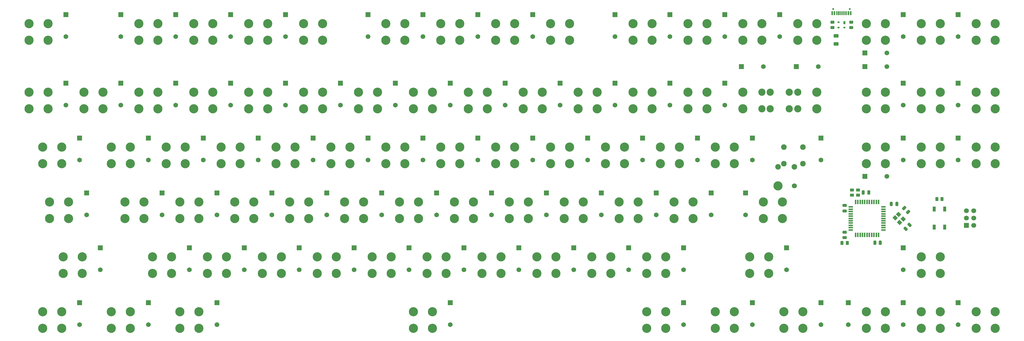
<source format=gbr>
%TF.GenerationSoftware,KiCad,Pcbnew,9.0.0*%
%TF.CreationDate,2025-06-21T12:03:03-06:00*%
%TF.ProjectId,kbd8x_mkii_kicad_9.0,6b626438-785f-46d6-9b69-695f6b696361,rev?*%
%TF.SameCoordinates,Original*%
%TF.FileFunction,Soldermask,Bot*%
%TF.FilePolarity,Negative*%
%FSLAX46Y46*%
G04 Gerber Fmt 4.6, Leading zero omitted, Abs format (unit mm)*
G04 Created by KiCad (PCBNEW 9.0.0) date 2025-06-21 12:03:03*
%MOMM*%
%LPD*%
G01*
G04 APERTURE LIST*
G04 Aperture macros list*
%AMRoundRect*
0 Rectangle with rounded corners*
0 $1 Rounding radius*
0 $2 $3 $4 $5 $6 $7 $8 $9 X,Y pos of 4 corners*
0 Add a 4 corners polygon primitive as box body*
4,1,4,$2,$3,$4,$5,$6,$7,$8,$9,$2,$3,0*
0 Add four circle primitives for the rounded corners*
1,1,$1+$1,$2,$3*
1,1,$1+$1,$4,$5*
1,1,$1+$1,$6,$7*
1,1,$1+$1,$8,$9*
0 Add four rect primitives between the rounded corners*
20,1,$1+$1,$2,$3,$4,$5,0*
20,1,$1+$1,$4,$5,$6,$7,0*
20,1,$1+$1,$6,$7,$8,$9,0*
20,1,$1+$1,$8,$9,$2,$3,0*%
%AMRotRect*
0 Rectangle, with rotation*
0 The origin of the aperture is its center*
0 $1 length*
0 $2 width*
0 $3 Rotation angle, in degrees counterclockwise*
0 Add horizontal line*
21,1,$1,$2,0,0,$3*%
G04 Aperture macros list end*
%ADD10C,3.180000*%
%ADD11C,2.500000*%
%ADD12C,1.750000*%
%ADD13C,1.950000*%
%ADD14C,1.651000*%
%ADD15R,1.651000X1.651000*%
%ADD16RoundRect,0.250000X-0.159099X0.512652X-0.512652X0.159099X0.159099X-0.512652X0.512652X-0.159099X0*%
%ADD17RoundRect,0.250000X-0.625000X0.375000X-0.625000X-0.375000X0.625000X-0.375000X0.625000X0.375000X0*%
%ADD18RoundRect,0.250000X-0.475000X0.250000X-0.475000X-0.250000X0.475000X-0.250000X0.475000X0.250000X0*%
%ADD19RoundRect,0.250000X-0.250000X-0.475000X0.250000X-0.475000X0.250000X0.475000X-0.250000X0.475000X0*%
%ADD20RoundRect,0.250000X0.262500X0.450000X-0.262500X0.450000X-0.262500X-0.450000X0.262500X-0.450000X0*%
%ADD21C,1.700000*%
%ADD22R,1.700000X1.700000*%
%ADD23RoundRect,0.250000X-0.450000X0.262500X-0.450000X-0.262500X0.450000X-0.262500X0.450000X0.262500X0*%
%ADD24R,0.550000X1.500000*%
%ADD25R,1.500000X0.550000*%
%ADD26C,0.650000*%
%ADD27R,0.600000X1.450000*%
%ADD28R,0.300000X1.450000*%
%ADD29R,0.700000X1.000000*%
%ADD30R,0.700000X0.600000*%
%ADD31RoundRect,0.250000X0.512652X0.159099X0.159099X0.512652X-0.512652X-0.159099X-0.159099X-0.512652X0*%
%ADD32RotRect,1.400000X1.200000X135.000000*%
%ADD33RoundRect,0.250000X0.250000X0.475000X-0.250000X0.475000X-0.250000X-0.475000X0.250000X-0.475000X0*%
%ADD34R,1.100000X1.800000*%
%ADD35RoundRect,0.250000X-0.262500X-0.450000X0.262500X-0.450000X0.262500X0.450000X-0.262500X0.450000X0*%
G04 APERTURE END LIST*
D10*
%TO.C,SI_RCTRL1*%
X94331250Y-49366250D03*
X94331250Y-55086250D03*
X100931250Y-49366250D03*
X100931250Y-55086250D03*
%TD*%
%TO.C,SI_RGUI1*%
X70518750Y-49366250D03*
X70518750Y-55086250D03*
X77118750Y-49366250D03*
X77118750Y-55086250D03*
%TD*%
%TO.C,SI_LSHIFT1*%
X-155700000Y-30316250D03*
X-155700000Y-36036250D03*
X-149100000Y-30316250D03*
X-149100000Y-36036250D03*
%TD*%
%TO.C,SI_UP1*%
X141956250Y-30316250D03*
X141956250Y-36036250D03*
X148556250Y-30316250D03*
X148556250Y-36036250D03*
%TD*%
%TO.C,SI_FN1*%
X-129506250Y50646250D03*
X-129506250Y44926250D03*
X-122906250Y50646250D03*
X-122906250Y44926250D03*
%TD*%
%TO.C,SI_LGUI1*%
X-139031250Y-49366250D03*
X-139031250Y-55086250D03*
X-132431250Y-49366250D03*
X-132431250Y-55086250D03*
%TD*%
%TO.C,SI_M1*%
X-10443750Y-30316250D03*
X-10443750Y-36036250D03*
X-3843750Y-30316250D03*
X-3843750Y-36036250D03*
%TD*%
%TO.C,SI_FN8*%
X13368750Y50646250D03*
X13368750Y44926250D03*
X19968750Y50646250D03*
X19968750Y44926250D03*
%TD*%
%TO.C,SI_FN2*%
X-110456250Y50646250D03*
X-110456250Y44926250D03*
X-103856250Y50646250D03*
X-103856250Y44926250D03*
%TD*%
D11*
%TO.C,SI_BACK1*%
X99093750Y26833750D03*
X99093750Y21113750D03*
D10*
X105693750Y26833750D03*
X105693750Y21113750D03*
%TD*%
%TO.C,SI_RET1*%
X92228750Y-5681250D03*
D12*
X97948750Y-5681250D03*
D13*
X92228750Y918750D03*
X97948750Y918750D03*
%TD*%
D10*
%TO.C,SI_FN3*%
X-91406250Y50646250D03*
X-91406250Y44926250D03*
X-84806250Y50646250D03*
X-84806250Y44926250D03*
%TD*%
%TO.C,SI_DN1*%
X141956250Y-49366250D03*
X141956250Y-55086250D03*
X148556250Y-49366250D03*
X148556250Y-55086250D03*
%TD*%
%TO.C,SI_O1*%
X13368750Y7783750D03*
X13368750Y2063750D03*
X19968750Y7783750D03*
X19968750Y2063750D03*
%TD*%
%TO.C,SI_ESC1*%
X-167606250Y50646250D03*
X-167606250Y44926250D03*
X-161006250Y50646250D03*
X-161006250Y44926250D03*
%TD*%
%TO.C,SI_#7*%
X-34256250Y26833750D03*
X-34256250Y21113750D03*
X-27656250Y26833750D03*
X-27656250Y21113750D03*
%TD*%
%TO.C,SI_Y1*%
X-43781250Y7783750D03*
X-43781250Y2063750D03*
X-37181250Y7783750D03*
X-37181250Y2063750D03*
%TD*%
%TO.C,SI_/1*%
X46706250Y-30316250D03*
X46706250Y-36036250D03*
X53306250Y-30316250D03*
X53306250Y-36036250D03*
%TD*%
%TO.C,SI_T1*%
X-62831250Y7783750D03*
X-62831250Y2063750D03*
X-56231250Y7783750D03*
X-56231250Y2063750D03*
%TD*%
%TO.C,SI_INS1*%
X122906250Y26833750D03*
X122906250Y21113750D03*
X129506250Y26833750D03*
X129506250Y21113750D03*
%TD*%
%TO.C,SI_#6*%
X-53306250Y26833750D03*
X-53306250Y21113750D03*
X-46706250Y26833750D03*
X-46706250Y21113750D03*
%TD*%
%TO.C,SI_W1*%
X-119981250Y7783750D03*
X-119981250Y2063750D03*
X-113381250Y7783750D03*
X-113381250Y2063750D03*
%TD*%
%TO.C,SI_PGUP1*%
X161006250Y26833750D03*
X161006250Y21113750D03*
X167606250Y26833750D03*
X167606250Y21113750D03*
%TD*%
%TO.C,SI_DEL1*%
X122906250Y7783750D03*
X122906250Y2063750D03*
X129506250Y7783750D03*
X129506250Y2063750D03*
%TD*%
%TO.C,SI_PRINT1*%
X122906250Y50646250D03*
X122906250Y44926250D03*
X129506250Y50646250D03*
X129506250Y44926250D03*
%TD*%
%TO.C,SI_CLOCK1*%
X-160462500Y-11266250D03*
X-160462500Y-16986250D03*
X-153862500Y-11266250D03*
X-153862500Y-16986250D03*
%TD*%
%TO.C,SI_FN6*%
X-24731250Y50646250D03*
X-24731250Y44926250D03*
X-18131250Y50646250D03*
X-18131250Y44926250D03*
%TD*%
%TO.C,SI_PAUSE1*%
X161006250Y50646250D03*
X161006250Y44926250D03*
X167606250Y50646250D03*
X167606250Y44926250D03*
%TD*%
%TO.C,SI_A1*%
X-134268750Y-11266250D03*
X-134268750Y-16986250D03*
X-127668750Y-11266250D03*
X-127668750Y-16986250D03*
%TD*%
%TO.C,SI_SLOCK1*%
X141956250Y50646250D03*
X141956250Y44926250D03*
X148556250Y50646250D03*
X148556250Y44926250D03*
%TD*%
%TO.C,SI_END1*%
X141956250Y7783750D03*
X141956250Y2063750D03*
X148556250Y7783750D03*
X148556250Y2063750D03*
%TD*%
%TO.C,SI_P1*%
X32418750Y7783750D03*
X32418750Y2063750D03*
X39018750Y7783750D03*
X39018750Y2063750D03*
%TD*%
%TO.C,SI_C1*%
X-86643750Y-30316250D03*
X-86643750Y-36036250D03*
X-80043750Y-30316250D03*
X-80043750Y-36036250D03*
%TD*%
%TO.C,SI_R1*%
X-81881250Y7783750D03*
X-81881250Y2063750D03*
X-75281250Y7783750D03*
X-75281250Y2063750D03*
%TD*%
%TO.C,SI_LFT1*%
X122906250Y-49366250D03*
X122906250Y-55086250D03*
X129506250Y-49366250D03*
X129506250Y-55086250D03*
%TD*%
%TO.C,SI_I1*%
X-5681250Y7783750D03*
X-5681250Y2063750D03*
X918750Y7783750D03*
X918750Y2063750D03*
%TD*%
%TO.C,SI_J1*%
X-19968750Y-11266250D03*
X-19968750Y-16986250D03*
X-13368750Y-11266250D03*
X-13368750Y-16986250D03*
%TD*%
%TO.C,SI_LCTRL1*%
X-162843750Y-49366250D03*
X-162843750Y-55086250D03*
X-156243750Y-49366250D03*
X-156243750Y-55086250D03*
%TD*%
%TO.C,SI_X1*%
X-105693750Y-30316250D03*
X-105693750Y-36036250D03*
X-99093750Y-30316250D03*
X-99093750Y-36036250D03*
%TD*%
%TO.C,SI_\u002C1*%
X8606250Y-30316250D03*
X8606250Y-36036250D03*
X15206250Y-30316250D03*
X15206250Y-36036250D03*
%TD*%
%TO.C,SI_RT1*%
X161006250Y-49366250D03*
X161006250Y-55086250D03*
X167606250Y-49366250D03*
X167606250Y-55086250D03*
%TD*%
%TO.C,SI_SP1*%
X-34256250Y-49366250D03*
X-34256250Y-55086250D03*
X-27656250Y-49366250D03*
X-27656250Y-55086250D03*
%TD*%
%TO.C,SI_N1*%
X-29493750Y-30316250D03*
X-29493750Y-36036250D03*
X-22893750Y-30316250D03*
X-22893750Y-36036250D03*
%TD*%
%TO.C,SI_#8*%
X-15206250Y26833750D03*
X-15206250Y21113750D03*
X-8606250Y26833750D03*
X-8606250Y21113750D03*
%TD*%
%TO.C,SI_-1*%
X41943750Y26833750D03*
X41943750Y21113750D03*
X48543750Y26833750D03*
X48543750Y21113750D03*
%TD*%
%TO.C,SI_.1*%
X27656250Y-30316250D03*
X27656250Y-36036250D03*
X34256250Y-30316250D03*
X34256250Y-36036250D03*
%TD*%
%TO.C,SI_Q1*%
X-139031250Y7783750D03*
X-139031250Y2063750D03*
X-132431250Y7783750D03*
X-132431250Y2063750D03*
%TD*%
%TO.C,SI_LALT1*%
X-115218750Y-49366250D03*
X-115218750Y-55086250D03*
X-108618750Y-49366250D03*
X-108618750Y-55086250D03*
%TD*%
%TO.C,SI_FN12*%
X99093750Y50646250D03*
X99093750Y44926250D03*
X105693750Y50646250D03*
X105693750Y44926250D03*
%TD*%
%TO.C,SI_H1*%
X-39018750Y-11266250D03*
X-39018750Y-16986250D03*
X-32418750Y-11266250D03*
X-32418750Y-16986250D03*
%TD*%
%TO.C,SI_FN9*%
X41943750Y50646250D03*
X41943750Y44926250D03*
X48543750Y50646250D03*
X48543750Y44926250D03*
%TD*%
%TO.C,SI_S1*%
X-115218750Y-11266250D03*
X-115218750Y-16986250D03*
X-108618750Y-11266250D03*
X-108618750Y-16986250D03*
%TD*%
%TO.C,SI_\u005C1*%
X80043750Y26833750D03*
X80043750Y21113750D03*
D11*
X86643750Y26833750D03*
X86643750Y21113750D03*
%TD*%
D10*
%TO.C,SI_PGDN1*%
X161006250Y7783750D03*
X161006250Y2063750D03*
X167606250Y7783750D03*
X167606250Y2063750D03*
%TD*%
%TO.C,SI_RSHIFT1*%
X82425000Y-30316250D03*
X82425000Y-36036250D03*
X89025000Y-30316250D03*
X89025000Y-36036250D03*
%TD*%
%TO.C,SI_`1*%
X-167606250Y26833750D03*
X-167606250Y21113750D03*
X-161006250Y26833750D03*
X-161006250Y21113750D03*
%TD*%
%TO.C,SI_#3*%
X-110456250Y26833750D03*
X-110456250Y21113750D03*
X-103856250Y26833750D03*
X-103856250Y21113750D03*
%TD*%
%TO.C,SI_F1*%
X-77118750Y-11266250D03*
X-77118750Y-16986250D03*
X-70518750Y-11266250D03*
X-70518750Y-16986250D03*
%TD*%
%TO.C,SI_;1*%
X37181250Y-11266250D03*
X37181250Y-16986250D03*
X43781250Y-11266250D03*
X43781250Y-16986250D03*
%TD*%
%TO.C,SI_U1*%
X-24731250Y7783750D03*
X-24731250Y2063750D03*
X-18131250Y7783750D03*
X-18131250Y2063750D03*
%TD*%
%TO.C,SI_'1*%
X56231250Y-11266250D03*
X56231250Y-16986250D03*
X62831250Y-11266250D03*
X62831250Y-16986250D03*
%TD*%
%TO.C,SI_#9*%
X3843750Y26833750D03*
X3843750Y21113750D03*
X10443750Y26833750D03*
X10443750Y21113750D03*
%TD*%
%TO.C,SI_]1*%
X70518750Y7783750D03*
X70518750Y2063750D03*
X77118750Y7783750D03*
X77118750Y2063750D03*
%TD*%
%TO.C,SI_TAB1*%
X-162843750Y7783750D03*
X-162843750Y2063750D03*
X-156243750Y7783750D03*
X-156243750Y2063750D03*
%TD*%
D11*
%TO.C,SI_BACK2*%
X89568750Y26833750D03*
X89568750Y21113750D03*
X96168750Y26833750D03*
X96168750Y21113750D03*
%TD*%
D10*
%TO.C,SI_#4*%
X-91406250Y26833750D03*
X-91406250Y21113750D03*
X-84806250Y26833750D03*
X-84806250Y21113750D03*
%TD*%
%TO.C,SI_FN4*%
X-72356250Y50646250D03*
X-72356250Y44926250D03*
X-65756250Y50646250D03*
X-65756250Y44926250D03*
%TD*%
%TO.C,SI_Z1*%
X-124743750Y-30316250D03*
X-124743750Y-36036250D03*
X-118143750Y-30316250D03*
X-118143750Y-36036250D03*
%TD*%
D13*
%TO.C,SI_\u005C2*%
X94331250Y7783750D03*
X94331250Y2063750D03*
X100931250Y7783750D03*
X100931250Y2063750D03*
%TD*%
D10*
%TO.C,SI_D1*%
X-96168750Y-11266250D03*
X-96168750Y-16986250D03*
X-89568750Y-11266250D03*
X-89568750Y-16986250D03*
%TD*%
%TO.C,SI_V1*%
X-67593750Y-30316250D03*
X-67593750Y-36036250D03*
X-60993750Y-30316250D03*
X-60993750Y-36036250D03*
%TD*%
%TO.C,SI_#5*%
X-72356250Y26833750D03*
X-72356250Y21113750D03*
X-65756250Y26833750D03*
X-65756250Y21113750D03*
%TD*%
%TO.C,SI_RALT1*%
X46706250Y-49366250D03*
X46706250Y-55086250D03*
X53306250Y-49366250D03*
X53306250Y-55086250D03*
%TD*%
%TO.C,SI_RET2*%
X87187500Y-11266250D03*
X87187500Y-16986250D03*
X93787500Y-11266250D03*
X93787500Y-16986250D03*
%TD*%
%TO.C,SI_E1*%
X-100931250Y7783750D03*
X-100931250Y2063750D03*
X-94331250Y7783750D03*
X-94331250Y2063750D03*
%TD*%
%TO.C,SI_FN5*%
X-43781250Y50646250D03*
X-43781250Y44926250D03*
X-37181250Y50646250D03*
X-37181250Y44926250D03*
%TD*%
%TO.C,SI_#1*%
X-148556250Y26833750D03*
X-148556250Y21113750D03*
X-141956250Y26833750D03*
X-141956250Y21113750D03*
%TD*%
%TO.C,SI_B1*%
X-48543750Y-30316250D03*
X-48543750Y-36036250D03*
X-41943750Y-30316250D03*
X-41943750Y-36036250D03*
%TD*%
%TO.C,SI_HOME1*%
X141956250Y26833750D03*
X141956250Y21113750D03*
X148556250Y26833750D03*
X148556250Y21113750D03*
%TD*%
%TO.C,SI_=1*%
X60993750Y26833750D03*
X60993750Y21113750D03*
X67593750Y26833750D03*
X67593750Y21113750D03*
%TD*%
%TO.C,SI_[1*%
X51468750Y7783750D03*
X51468750Y2063750D03*
X58068750Y7783750D03*
X58068750Y2063750D03*
%TD*%
%TO.C,SI_#2*%
X-129506250Y26833750D03*
X-129506250Y21113750D03*
X-122906250Y26833750D03*
X-122906250Y21113750D03*
%TD*%
%TO.C,SI_FN10*%
X60993750Y50646250D03*
X60993750Y44926250D03*
X67593750Y50646250D03*
X67593750Y44926250D03*
%TD*%
%TO.C,SI_L1*%
X18131250Y-11266250D03*
X18131250Y-16986250D03*
X24731250Y-11266250D03*
X24731250Y-16986250D03*
%TD*%
%TO.C,SI_K1*%
X-918750Y-11266250D03*
X-918750Y-16986250D03*
X5681250Y-11266250D03*
X5681250Y-16986250D03*
%TD*%
%TO.C,SI_G1*%
X-58068750Y-11266250D03*
X-58068750Y-16986250D03*
X-51468750Y-11266250D03*
X-51468750Y-16986250D03*
%TD*%
%TO.C,SI_#0*%
X22893750Y26833750D03*
X22893750Y21113750D03*
X29493750Y26833750D03*
X29493750Y21113750D03*
%TD*%
%TO.C,SI_FN7*%
X-5681250Y50646250D03*
X-5681250Y44926250D03*
X918750Y50646250D03*
X918750Y44926250D03*
%TD*%
%TO.C,SI_FN11*%
X80043750Y50646250D03*
X80043750Y44926250D03*
X86643750Y50646250D03*
X86643750Y44926250D03*
%TD*%
D14*
%TO.C,D65*%
X154781250Y46196250D03*
D15*
X154781250Y53816250D03*
%TD*%
D14*
%TO.C,D21*%
X-21431250Y22383750D03*
D15*
X-21431250Y30003750D03*
%TD*%
D14*
%TO.C,D82*%
X-35718750Y-34766250D03*
D15*
X-35718750Y-27146250D03*
%TD*%
D16*
%TO.C,C6*%
X137878226Y-19217199D03*
X136534724Y-20560701D03*
%TD*%
D14*
%TO.C,D15*%
X-135731250Y22383750D03*
D15*
X-135731250Y30003750D03*
%TD*%
D14*
%TO.C,D73*%
X116681250Y-53816250D03*
D15*
X116681250Y-46196250D03*
%TD*%
D14*
%TO.C,D16*%
X-116681250Y22383750D03*
D15*
X-116681250Y30003750D03*
%TD*%
D17*
%TO.C,F1*%
X112441475Y46408050D03*
X112441475Y43608050D03*
%TD*%
D14*
%TO.C,D8*%
X-11906250Y46196250D03*
D15*
X-11906250Y53816250D03*
%TD*%
D14*
%TO.C,D86*%
X40481250Y-34766250D03*
D15*
X40481250Y-27146250D03*
%TD*%
D18*
%TO.C,C3*%
X115362475Y-21732950D03*
X115362475Y-23632950D03*
%TD*%
D14*
%TO.C,D23*%
X16668750Y22383750D03*
D15*
X16668750Y30003750D03*
%TD*%
D14*
%TO.C,D27*%
X87153750Y35718750D03*
D15*
X79533750Y35718750D03*
%TD*%
D14*
%TO.C,D56*%
X-150018750Y-53816250D03*
D15*
X-150018750Y-46196250D03*
%TD*%
D19*
%TO.C,C5*%
X131557475Y-11874950D03*
X133457475Y-11874950D03*
%TD*%
D14*
%TO.C,D17*%
X-97631250Y22383750D03*
D15*
X-97631250Y30003750D03*
%TD*%
D14*
%TO.C,D31*%
X-107156250Y3333750D03*
D15*
X-107156250Y10953750D03*
%TD*%
D14*
%TO.C,D75*%
X154781250Y-53816250D03*
D15*
X154781250Y-46196250D03*
%TD*%
D14*
%TO.C,D4*%
X-97631250Y46196250D03*
D15*
X-97631250Y53816250D03*
%TD*%
D14*
%TO.C,D60*%
X59531250Y-53816250D03*
D15*
X59531250Y-46196250D03*
%TD*%
D14*
%TO.C,D38*%
X26193750Y3333750D03*
D15*
X26193750Y10953750D03*
%TD*%
D14*
%TO.C,D51*%
X11906250Y-15716250D03*
D15*
X11906250Y-8096250D03*
%TD*%
D14*
%TO.C,D40*%
X64293750Y3333750D03*
D15*
X64293750Y10953750D03*
%TD*%
D14*
%TO.C,D83*%
X-16668750Y-34766250D03*
D15*
X-16668750Y-27146250D03*
%TD*%
D14*
%TO.C,D13*%
X92868750Y46196250D03*
D15*
X92868750Y53816250D03*
%TD*%
D20*
%TO.C,R1*%
X116274975Y-25463950D03*
X114449975Y-25463950D03*
%TD*%
D14*
%TO.C,D62*%
X107156250Y-53816250D03*
D15*
X107156250Y-46196250D03*
%TD*%
D14*
%TO.C,D37*%
X7143750Y3333750D03*
D15*
X7143750Y10953750D03*
%TD*%
D14*
%TO.C,D42*%
X80962500Y-15716250D03*
D15*
X80962500Y-8096250D03*
%TD*%
D14*
%TO.C,D63*%
X130016250Y40481250D03*
D15*
X122396250Y40481250D03*
%TD*%
D14*
%TO.C,D53*%
X50006250Y-15716250D03*
D15*
X50006250Y-8096250D03*
%TD*%
D14*
%TO.C,D25*%
X54768750Y22383750D03*
D15*
X54768750Y30003750D03*
%TD*%
D21*
%TO.C,J1*%
X160193475Y-14287950D03*
X157653475Y-14287950D03*
X160193475Y-16827950D03*
X157653475Y-16827950D03*
X160193475Y-19367950D03*
D22*
X157653475Y-19367950D03*
%TD*%
D14*
%TO.C,D3*%
X-116681250Y46196250D03*
D15*
X-116681250Y53816250D03*
%TD*%
D14*
%TO.C,D84*%
X2381250Y-34766250D03*
D15*
X2381250Y-27146250D03*
%TD*%
D23*
%TO.C,R2*%
X120036075Y-7050850D03*
X120036075Y-8875850D03*
%TD*%
D14*
%TO.C,D44*%
X-121443750Y-15716250D03*
D15*
X-121443750Y-8096250D03*
%TD*%
D14*
%TO.C,D34*%
X-50006250Y3333750D03*
D15*
X-50006250Y10953750D03*
%TD*%
D24*
%TO.C,U1*%
X119158250Y-11254950D03*
X119958250Y-11254950D03*
X120758250Y-11254950D03*
X121558250Y-11254950D03*
X122358250Y-11254950D03*
X123158250Y-11254950D03*
X123958250Y-11254950D03*
X124758250Y-11254950D03*
X125558250Y-11254950D03*
X126358250Y-11254950D03*
X127158250Y-11254950D03*
D25*
X128858250Y-12954950D03*
X128858250Y-13754950D03*
X128858250Y-14554950D03*
X128858250Y-15354950D03*
X128858250Y-16154950D03*
X128858250Y-16954950D03*
X128858250Y-17754950D03*
X128858250Y-18554950D03*
X128858250Y-19354950D03*
X128858250Y-20154950D03*
X128858250Y-20954950D03*
D24*
X127158250Y-22654950D03*
X126358250Y-22654950D03*
X125558250Y-22654950D03*
X124758250Y-22654950D03*
X123958250Y-22654950D03*
X123158250Y-22654950D03*
X122358250Y-22654950D03*
X121558250Y-22654950D03*
X120758250Y-22654950D03*
X119958250Y-22654950D03*
X119158250Y-22654950D03*
D25*
X117458250Y-20954950D03*
X117458250Y-20154950D03*
X117458250Y-19354950D03*
X117458250Y-18554950D03*
X117458250Y-17754950D03*
X117458250Y-16954950D03*
X117458250Y-16154950D03*
X117458250Y-15354950D03*
X117458250Y-14554950D03*
X117458250Y-13754950D03*
X117458250Y-12954950D03*
%TD*%
D26*
%TO.C,USB1*%
X111409875Y55725250D03*
X117189875Y55725250D03*
D27*
X111074875Y54280250D03*
X111849875Y54280250D03*
D28*
X112549875Y54280250D03*
X113049875Y54280250D03*
X113549875Y54280250D03*
X114049875Y54280250D03*
X114549875Y54280250D03*
X115049875Y54280250D03*
X115549875Y54280250D03*
X116049875Y54280250D03*
D27*
X116749875Y54280250D03*
X117524875Y54280250D03*
%TD*%
D14*
%TO.C,D71*%
X154781250Y3333750D03*
D15*
X154781250Y10953750D03*
%TD*%
D14*
%TO.C,D87*%
X59531250Y-34766250D03*
D15*
X59531250Y-27146250D03*
%TD*%
D14*
%TO.C,D89*%
X95250000Y-34766250D03*
D15*
X95250000Y-27146250D03*
%TD*%
D14*
%TO.C,D29*%
X-150018750Y3333750D03*
D15*
X-150018750Y10953750D03*
%TD*%
D14*
%TO.C,D49*%
X-26193750Y-15716250D03*
D15*
X-26193750Y-8096250D03*
%TD*%
D14*
%TO.C,D20*%
X-40481250Y22383750D03*
D15*
X-40481250Y30003750D03*
%TD*%
D14*
%TO.C,D32*%
X-88106250Y3333750D03*
D15*
X-88106250Y10953750D03*
%TD*%
D14*
%TO.C,D39*%
X45243750Y3333750D03*
D15*
X45243750Y10953750D03*
%TD*%
D14*
%TO.C,D26*%
X73818750Y22383750D03*
D15*
X73818750Y30003750D03*
%TD*%
D29*
%TO.C,U2*%
X115299875Y50965050D03*
D30*
X115299875Y49265050D03*
X113299875Y49265050D03*
X113299875Y51165050D03*
%TD*%
D14*
%TO.C,D14*%
X-154781250Y22383750D03*
D15*
X-154781250Y30003750D03*
%TD*%
D31*
%TO.C,C7*%
X137370226Y-14718701D03*
X136026724Y-13375199D03*
%TD*%
D14*
%TO.C,D67*%
X135731250Y22383750D03*
D15*
X135731250Y30003750D03*
%TD*%
D14*
%TO.C,D30*%
X-126206250Y3333750D03*
D15*
X-126206250Y10953750D03*
%TD*%
D23*
%TO.C,R5*%
X117648475Y51127550D03*
X117648475Y49302550D03*
%TD*%
D14*
%TO.C,D41*%
X83343750Y3333750D03*
D15*
X83343750Y10953750D03*
%TD*%
D14*
%TO.C,D43*%
X-147637500Y-15716250D03*
D15*
X-147637500Y-8096250D03*
%TD*%
D14*
%TO.C,D78*%
X-111918750Y-34766250D03*
D15*
X-111918750Y-27146250D03*
%TD*%
D14*
%TO.C,D12*%
X73818750Y46196250D03*
D15*
X73818750Y53816250D03*
%TD*%
D18*
%TO.C,C2*%
X115362475Y-12461950D03*
X115362475Y-14361950D03*
%TD*%
D14*
%TO.C,D7*%
X-30956250Y46196250D03*
D15*
X-30956250Y53816250D03*
%TD*%
D14*
%TO.C,D2*%
X-135731250Y46196250D03*
D15*
X-135731250Y53816250D03*
%TD*%
D14*
%TO.C,D50*%
X-7143750Y-15716250D03*
D15*
X-7143750Y-8096250D03*
%TD*%
D14*
%TO.C,D9*%
X7143750Y46196250D03*
D15*
X7143750Y53816250D03*
%TD*%
D14*
%TO.C,D1*%
X-154781250Y46196250D03*
D15*
X-154781250Y53816250D03*
%TD*%
D14*
%TO.C,D54*%
X69056250Y-15716250D03*
D15*
X69056250Y-8096250D03*
%TD*%
D14*
%TO.C,D47*%
X-64293750Y-15716250D03*
D15*
X-64293750Y-8096250D03*
%TD*%
D14*
%TO.C,D24*%
X35718750Y22383750D03*
D15*
X35718750Y30003750D03*
%TD*%
D14*
%TO.C,D74*%
X135731250Y-53816250D03*
D15*
X135731250Y-46196250D03*
%TD*%
D14*
%TO.C,D68*%
X154781250Y22383750D03*
D15*
X154781250Y30003750D03*
%TD*%
D14*
%TO.C,D11*%
X54768750Y46196250D03*
D15*
X54768750Y53816250D03*
%TD*%
D14*
%TO.C,D46*%
X-83343750Y-15716250D03*
D15*
X-83343750Y-8096250D03*
%TD*%
D32*
%TO.C,Y1*%
X134462252Y-18333808D03*
X132906617Y-16778173D03*
X134108698Y-15576092D03*
X135664333Y-17131727D03*
%TD*%
D14*
%TO.C,D10*%
X35718750Y46196250D03*
D15*
X35718750Y53816250D03*
%TD*%
D14*
%TO.C,D28*%
X106203750Y35718750D03*
D15*
X98583750Y35718750D03*
%TD*%
D14*
%TO.C,D55*%
X107156250Y3333750D03*
D15*
X107156250Y10953750D03*
%TD*%
D14*
%TO.C,D61*%
X83343750Y-53816250D03*
D15*
X83343750Y-46196250D03*
%TD*%
D19*
%TO.C,C4*%
X125852675Y-25400750D03*
X127752675Y-25400750D03*
%TD*%
D14*
%TO.C,D33*%
X-69056250Y3333750D03*
D15*
X-69056250Y10953750D03*
%TD*%
D33*
%TO.C,C1*%
X123744475Y-7937950D03*
X121844475Y-7937950D03*
%TD*%
D14*
%TO.C,D80*%
X-73818750Y-34766250D03*
D15*
X-73818750Y-27146250D03*
%TD*%
D14*
%TO.C,D22*%
X-2381250Y22383750D03*
D15*
X-2381250Y30003750D03*
%TD*%
D14*
%TO.C,D36*%
X-11906250Y3333750D03*
D15*
X-11906250Y10953750D03*
%TD*%
D14*
%TO.C,D18*%
X-78581250Y22383750D03*
D15*
X-78581250Y30003750D03*
%TD*%
D14*
%TO.C,D64*%
X135731250Y46196250D03*
D15*
X135731250Y53816250D03*
%TD*%
D14*
%TO.C,D72*%
X135731250Y-34766250D03*
D15*
X135731250Y-27146250D03*
%TD*%
D14*
%TO.C,D59*%
X-21431250Y-53816250D03*
D15*
X-21431250Y-46196250D03*
%TD*%
D34*
%TO.C,SW1*%
X150105475Y-19927950D03*
X150105475Y-13727950D03*
X146405475Y-19927950D03*
X146405475Y-13727950D03*
%TD*%
D35*
%TO.C,R6*%
X147342975Y-10223950D03*
X149167975Y-10223950D03*
%TD*%
D14*
%TO.C,D70*%
X135731250Y3333750D03*
D15*
X135731250Y10953750D03*
%TD*%
D14*
%TO.C,D79*%
X-92868750Y-34766250D03*
D15*
X-92868750Y-27146250D03*
%TD*%
D14*
%TO.C,D85*%
X21431250Y-34766250D03*
D15*
X21431250Y-27146250D03*
%TD*%
D14*
%TO.C,D57*%
X-126206250Y-53816250D03*
D15*
X-126206250Y-46196250D03*
%TD*%
D14*
%TO.C,D81*%
X-54768750Y-34766250D03*
D15*
X-54768750Y-27146250D03*
%TD*%
D14*
%TO.C,D45*%
X-102393750Y-15716250D03*
D15*
X-102393750Y-8096250D03*
%TD*%
D14*
%TO.C,D66*%
X130016250Y35718750D03*
D15*
X122396250Y35718750D03*
%TD*%
D14*
%TO.C,D52*%
X30956250Y-15716250D03*
D15*
X30956250Y-8096250D03*
%TD*%
D14*
%TO.C,D58*%
X-102393750Y-53816250D03*
D15*
X-102393750Y-46196250D03*
%TD*%
D14*
%TO.C,D6*%
X-50006250Y46196250D03*
D15*
X-50006250Y53816250D03*
%TD*%
D14*
%TO.C,D77*%
X-142875000Y-34766250D03*
D15*
X-142875000Y-27146250D03*
%TD*%
D23*
%TO.C,R3*%
X117902475Y-7048950D03*
X117902475Y-8873950D03*
%TD*%
D14*
%TO.C,D48*%
X-45243750Y-15716250D03*
D15*
X-45243750Y-8096250D03*
%TD*%
D14*
%TO.C,D69*%
X130016250Y-2381250D03*
D15*
X122396250Y-2381250D03*
%TD*%
D14*
%TO.C,D5*%
X-78581250Y46196250D03*
D15*
X-78581250Y53816250D03*
%TD*%
D23*
%TO.C,R4*%
X111171475Y51127550D03*
X111171475Y49302550D03*
%TD*%
D14*
%TO.C,D19*%
X-59531250Y22383750D03*
D15*
X-59531250Y30003750D03*
%TD*%
D14*
%TO.C,D35*%
X-30956250Y3333750D03*
D15*
X-30956250Y10953750D03*
%TD*%
M02*

</source>
